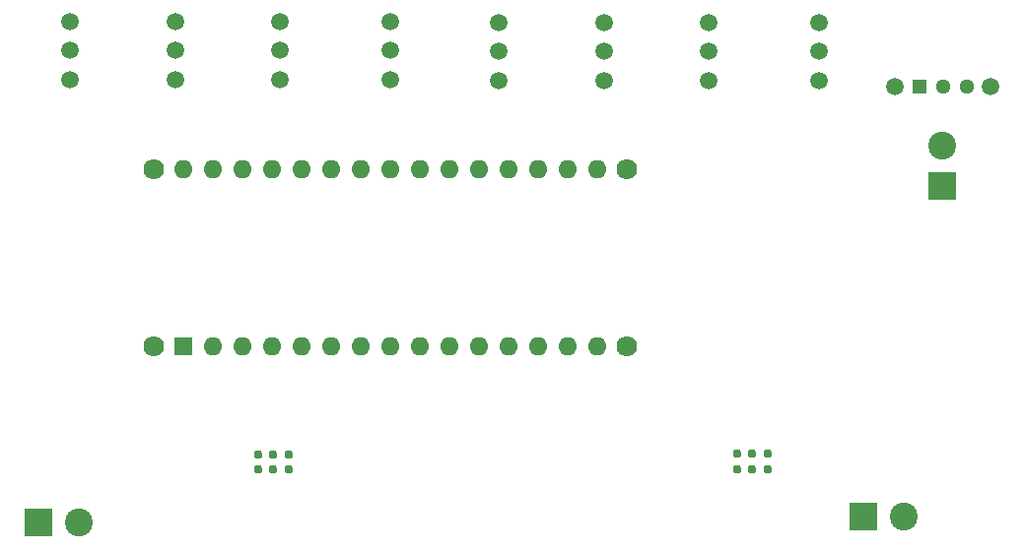
<source format=gbs>
G04 #@! TF.GenerationSoftware,KiCad,Pcbnew,7.0.7*
G04 #@! TF.CreationDate,2024-05-14T17:55:04+07:00*
G04 #@! TF.ProjectId,frankii round 2,6672616e-6b69-4692-9072-6f756e642032,rev?*
G04 #@! TF.SameCoordinates,Original*
G04 #@! TF.FileFunction,Soldermask,Bot*
G04 #@! TF.FilePolarity,Negative*
%FSLAX46Y46*%
G04 Gerber Fmt 4.6, Leading zero omitted, Abs format (unit mm)*
G04 Created by KiCad (PCBNEW 7.0.7) date 2024-05-14 17:55:04*
%MOMM*%
%LPD*%
G01*
G04 APERTURE LIST*
%ADD10R,2.400000X2.400000*%
%ADD11C,2.400000*%
%ADD12C,1.498600*%
%ADD13C,0.770000*%
%ADD14C,1.780000*%
%ADD15R,1.600000X1.600000*%
%ADD16O,1.600000X1.600000*%
%ADD17R,1.295400X1.295400*%
%ADD18C,1.295400*%
G04 APERTURE END LIST*
D10*
X139446000Y-99460000D03*
D11*
X142946000Y-99460000D03*
D12*
X151201801Y-56388000D03*
X151201801Y-58888000D03*
X151201801Y-61388000D03*
X206502000Y-56468000D03*
X206502000Y-58968000D03*
X206502000Y-61468000D03*
D13*
X202087000Y-93591900D03*
X200787000Y-93591900D03*
X199487000Y-93591900D03*
X202087000Y-94891900D03*
X200787000Y-94891900D03*
X199487000Y-94891900D03*
D12*
X142201801Y-56388000D03*
X142201801Y-58888000D03*
X142201801Y-61388000D03*
X160201801Y-56388000D03*
X160201801Y-58888000D03*
X160201801Y-61388000D03*
D14*
X149352000Y-84318000D03*
X189992000Y-84318000D03*
X149352000Y-69078000D03*
X189992000Y-69078000D03*
D15*
X151892000Y-84318000D03*
D16*
X154432000Y-84318000D03*
X156972000Y-84318000D03*
X159512000Y-84318000D03*
X162052000Y-84318000D03*
X164592000Y-84318000D03*
X167132000Y-84318000D03*
X169672000Y-84318000D03*
X172212000Y-84318000D03*
X174752000Y-84318000D03*
X177292000Y-84318000D03*
X179832000Y-84318000D03*
X182372000Y-84318000D03*
X184912000Y-84318000D03*
X187452000Y-84318000D03*
X187452000Y-69078000D03*
X184912000Y-69078000D03*
X182372000Y-69078000D03*
X179832000Y-69078000D03*
X177292000Y-69078000D03*
X174752000Y-69078000D03*
X172212000Y-69078000D03*
X169672000Y-69078000D03*
X167132000Y-69078000D03*
X164592000Y-69078000D03*
X162052000Y-69078000D03*
X159512000Y-69078000D03*
X156972000Y-69078000D03*
X154432000Y-69078000D03*
X151892000Y-69078000D03*
D17*
X215170001Y-61976000D03*
D18*
X217170001Y-61976000D03*
X219170002Y-61976000D03*
D12*
X213070000Y-61976000D03*
X221270001Y-61976000D03*
X179031801Y-56468000D03*
X179031801Y-58968000D03*
X179031801Y-61468000D03*
D13*
X160939001Y-93665000D03*
X159639001Y-93665000D03*
X158339001Y-93665000D03*
X160939001Y-94965000D03*
X159639001Y-94965000D03*
X158339001Y-94965000D03*
D10*
X217086000Y-70556000D03*
D11*
X217086000Y-67056000D03*
D12*
X169672000Y-56388000D03*
X169672000Y-58888000D03*
X169672000Y-61388000D03*
D10*
X210312000Y-99020000D03*
D11*
X213812000Y-99020000D03*
D12*
X188031801Y-56468000D03*
X188031801Y-58968000D03*
X188031801Y-61468000D03*
X197031801Y-56468000D03*
X197031801Y-58968000D03*
X197031801Y-61468000D03*
M02*

</source>
